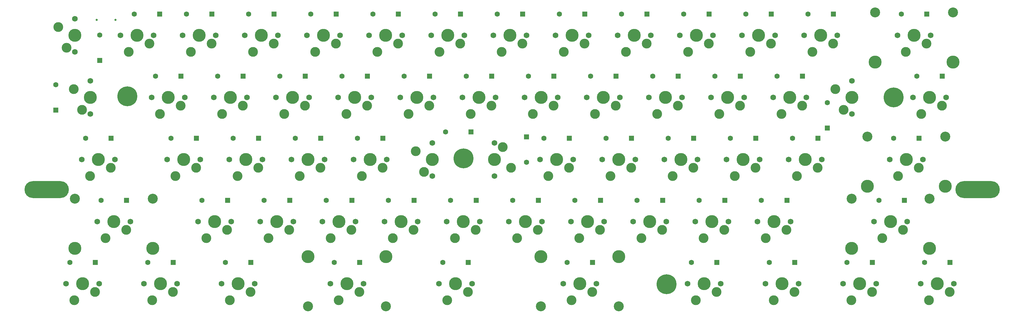
<source format=gbr>
G04 #@! TF.GenerationSoftware,KiCad,Pcbnew,(5.1.6)-1*
G04 #@! TF.CreationDate,2020-07-30T14:32:44-07:00*
G04 #@! TF.ProjectId,keyboard_test6,6b657962-6f61-4726-945f-74657374362e,rev?*
G04 #@! TF.SameCoordinates,Original*
G04 #@! TF.FileFunction,Soldermask,Top*
G04 #@! TF.FilePolarity,Negative*
%FSLAX46Y46*%
G04 Gerber Fmt 4.6, Leading zero omitted, Abs format (unit mm)*
G04 Created by KiCad (PCBNEW (5.1.6)-1) date 2020-07-30 14:32:44*
%MOMM*%
%LPD*%
G01*
G04 APERTURE LIST*
%ADD10C,0.650000*%
%ADD11C,1.600000*%
%ADD12R,1.600000X1.600000*%
%ADD13O,13.600000X5.200000*%
%ADD14C,6.100000*%
%ADD15C,3.987800*%
%ADD16C,3.048000*%
%ADD17C,1.750000*%
%ADD18C,3.000000*%
G04 APERTURE END LIST*
D10*
X165752000Y-143000000D03*
X159972000Y-143000000D03*
D11*
X339938000Y-141212000D03*
D12*
X347738000Y-141212000D03*
D11*
X171488000Y-141212000D03*
D12*
X179288000Y-141212000D03*
D11*
X187538000Y-141212000D03*
D12*
X195338000Y-141212000D03*
D11*
X206588000Y-141212000D03*
D12*
X214388000Y-141212000D03*
D11*
X225638000Y-141212000D03*
D12*
X233438000Y-141212000D03*
D11*
X244688000Y-141212000D03*
D12*
X252488000Y-141212000D03*
D11*
X263738000Y-141212000D03*
D12*
X271538000Y-141212000D03*
D11*
X282788000Y-141212000D03*
D12*
X290588000Y-141212000D03*
D11*
X301838000Y-141212000D03*
D12*
X309638000Y-141212000D03*
D11*
X320888000Y-141212000D03*
D12*
X328688000Y-141212000D03*
D11*
X182775000Y-179312000D03*
D12*
X190575000Y-179312000D03*
D11*
X342319000Y-217412000D03*
D12*
X350119000Y-217412000D03*
D11*
X199444000Y-217412000D03*
D12*
X207244000Y-217412000D03*
D11*
X268500000Y-198362000D03*
D12*
X276300000Y-198362000D03*
D11*
X232781000Y-217412000D03*
D12*
X240581000Y-217412000D03*
D11*
X406612000Y-141212000D03*
D12*
X414412000Y-141212000D03*
D11*
X411375000Y-160262000D03*
D12*
X419175000Y-160262000D03*
D11*
X230400000Y-198362000D03*
D12*
X238200000Y-198362000D03*
D11*
X156581000Y-179312000D03*
D12*
X164381000Y-179312000D03*
D11*
X368512000Y-160262000D03*
D12*
X376312000Y-160262000D03*
D11*
X325650000Y-198362000D03*
D12*
X333450000Y-198362000D03*
D11*
X266119000Y-217412000D03*
D12*
X273919000Y-217412000D03*
D11*
X413756000Y-217412000D03*
D12*
X421556000Y-217412000D03*
D11*
X151819000Y-217412000D03*
D12*
X159619000Y-217412000D03*
D11*
X220875000Y-179312000D03*
D12*
X228675000Y-179312000D03*
D11*
X344700000Y-198362000D03*
D12*
X352500000Y-198362000D03*
D11*
X216112000Y-160262000D03*
D12*
X223912000Y-160262000D03*
D11*
X404231000Y-179312000D03*
D12*
X412031000Y-179312000D03*
D11*
X378038000Y-141212000D03*
D12*
X385838000Y-141212000D03*
D11*
X160970000Y-147630000D03*
D12*
X160970000Y-155430000D03*
D11*
X239925000Y-179312000D03*
D12*
X247725000Y-179312000D03*
D11*
X266975000Y-177312000D03*
D12*
X274775000Y-177312000D03*
X291780000Y-178872000D03*
D11*
X291780000Y-186672000D03*
X311362000Y-160262000D03*
D12*
X319162000Y-160262000D03*
D11*
X297075000Y-179312000D03*
D12*
X304875000Y-179312000D03*
D11*
X316125000Y-179312000D03*
D12*
X323925000Y-179312000D03*
D11*
X335175000Y-179312000D03*
D12*
X342975000Y-179312000D03*
D11*
X306600000Y-198362000D03*
D12*
X314400000Y-198362000D03*
D11*
X389944000Y-217412000D03*
D12*
X397744000Y-217412000D03*
D11*
X358988000Y-141212000D03*
D12*
X366788000Y-141212000D03*
D11*
X287550000Y-198362000D03*
D12*
X295350000Y-198362000D03*
D11*
X330412000Y-160262000D03*
D12*
X338212000Y-160262000D03*
D11*
X383968000Y-168362000D03*
D12*
X383968000Y-176162000D03*
D11*
X349462000Y-160262000D03*
D12*
X357262000Y-160262000D03*
D11*
X178012000Y-160262000D03*
D12*
X185812000Y-160262000D03*
D11*
X373275000Y-179312000D03*
D12*
X381075000Y-179312000D03*
D11*
X235162000Y-160262000D03*
D12*
X242962000Y-160262000D03*
D11*
X201825000Y-179312000D03*
D12*
X209625000Y-179312000D03*
D11*
X354225000Y-179312000D03*
D12*
X362025000Y-179312000D03*
D11*
X399800000Y-198362000D03*
D12*
X407600000Y-198362000D03*
D11*
X161344000Y-198362000D03*
D12*
X169144000Y-198362000D03*
D11*
X363750000Y-198362000D03*
D12*
X371550000Y-198362000D03*
D11*
X304219000Y-217412000D03*
D12*
X312019000Y-217412000D03*
D11*
X254212000Y-160262000D03*
D12*
X262012000Y-160262000D03*
D11*
X147500000Y-162862000D03*
D12*
X147500000Y-170662000D03*
D11*
X292312000Y-160262000D03*
D12*
X300112000Y-160262000D03*
D11*
X249450000Y-198362000D03*
D12*
X257250000Y-198362000D03*
D11*
X197062000Y-160262000D03*
D12*
X204862000Y-160262000D03*
D11*
X366131000Y-217412000D03*
D12*
X373931000Y-217412000D03*
D11*
X175631000Y-217412000D03*
D12*
X183431000Y-217412000D03*
D11*
X211350000Y-198362000D03*
D12*
X219150000Y-198362000D03*
D11*
X273262000Y-160262000D03*
D12*
X281062000Y-160262000D03*
D11*
X192300000Y-198362000D03*
D12*
X200100000Y-198362000D03*
D13*
X144651000Y-195012000D03*
D14*
X334690000Y-224112000D03*
X169410000Y-166412000D03*
X272405000Y-185512000D03*
X404240000Y-166762000D03*
D13*
X430000000Y-195015000D03*
D15*
X177182000Y-213117000D03*
X153306000Y-213117000D03*
D16*
X177182000Y-197877000D03*
X153306000Y-197877000D03*
D17*
X160164000Y-204862000D03*
X170324000Y-204862000D03*
D18*
X169054000Y-207402000D03*
D15*
X165244000Y-204862000D03*
D18*
X162704000Y-209942000D03*
D15*
X422450000Y-155967000D03*
X398574000Y-155967000D03*
D16*
X422450000Y-140727000D03*
X398574000Y-140727000D03*
D17*
X405432000Y-147712000D03*
X415592000Y-147712000D03*
D18*
X414322000Y-150252000D03*
D15*
X410512000Y-147712000D03*
D18*
X407972000Y-152792000D03*
D15*
X420069000Y-194067000D03*
X396193000Y-194067000D03*
D16*
X420069000Y-178827000D03*
X396193000Y-178827000D03*
D17*
X403051000Y-185812000D03*
X413211000Y-185812000D03*
D18*
X411941000Y-188352000D03*
D15*
X408131000Y-185812000D03*
D18*
X405591000Y-190892000D03*
D15*
X415307000Y-213117000D03*
X391431000Y-213117000D03*
D16*
X415307000Y-197877000D03*
X391431000Y-197877000D03*
D17*
X398289000Y-204862000D03*
X408449000Y-204862000D03*
D18*
X407179000Y-207402000D03*
D15*
X403369000Y-204862000D03*
D18*
X400829000Y-209942000D03*
D15*
X248619000Y-215657000D03*
X224743000Y-215657000D03*
D16*
X248619000Y-230897000D03*
X224743000Y-230897000D03*
D17*
X231601000Y-223912000D03*
X241761000Y-223912000D03*
D18*
X240491000Y-226452000D03*
D15*
X236681000Y-223912000D03*
D18*
X234141000Y-228992000D03*
X305579000Y-228992000D03*
D15*
X308119000Y-223912000D03*
D18*
X311929000Y-226452000D03*
D17*
X313199000Y-223912000D03*
X303039000Y-223912000D03*
D16*
X296181000Y-230897000D03*
X320057000Y-230897000D03*
D15*
X296181000Y-215657000D03*
X320057000Y-215657000D03*
D17*
X412576000Y-223912000D03*
X422736000Y-223912000D03*
D18*
X421466000Y-226452000D03*
D15*
X417656000Y-223912000D03*
D18*
X415116000Y-228992000D03*
D17*
X155401000Y-185812000D03*
X165561000Y-185812000D03*
D18*
X164291000Y-188352000D03*
D15*
X160481000Y-185812000D03*
D18*
X157941000Y-190892000D03*
D17*
X410195000Y-166762000D03*
X420355000Y-166762000D03*
D18*
X419085000Y-169302000D03*
D15*
X415275000Y-166762000D03*
D18*
X412735000Y-171842000D03*
D17*
X153338000Y-142632000D03*
X153338000Y-152792000D03*
D18*
X150798000Y-151522000D03*
D15*
X153338000Y-147712000D03*
D18*
X148258000Y-145172000D03*
D17*
X167308000Y-147712000D03*
X177468000Y-147712000D03*
D18*
X176198000Y-150252000D03*
D15*
X172388000Y-147712000D03*
D18*
X169848000Y-152792000D03*
D17*
X186358000Y-147712000D03*
X196518000Y-147712000D03*
D18*
X195248000Y-150252000D03*
D15*
X191438000Y-147712000D03*
D18*
X188898000Y-152792000D03*
D17*
X205408000Y-147712000D03*
X215568000Y-147712000D03*
D18*
X214298000Y-150252000D03*
D15*
X210488000Y-147712000D03*
D18*
X207948000Y-152792000D03*
D17*
X224458000Y-147712000D03*
X234618000Y-147712000D03*
D18*
X233348000Y-150252000D03*
D15*
X229538000Y-147712000D03*
D18*
X226998000Y-152792000D03*
D17*
X243508000Y-147712000D03*
X253668000Y-147712000D03*
D18*
X252398000Y-150252000D03*
D15*
X248588000Y-147712000D03*
D18*
X246048000Y-152792000D03*
D17*
X262558000Y-147712000D03*
X272718000Y-147712000D03*
D18*
X271448000Y-150252000D03*
D15*
X267638000Y-147712000D03*
D18*
X265098000Y-152792000D03*
D17*
X281608000Y-147712000D03*
X291768000Y-147712000D03*
D18*
X290498000Y-150252000D03*
D15*
X286688000Y-147712000D03*
D18*
X284148000Y-152792000D03*
D17*
X300658000Y-147712000D03*
X310818000Y-147712000D03*
D18*
X309548000Y-150252000D03*
D15*
X305738000Y-147712000D03*
D18*
X303198000Y-152792000D03*
D17*
X319708000Y-147712000D03*
X329868000Y-147712000D03*
D18*
X328598000Y-150252000D03*
D15*
X324788000Y-147712000D03*
D18*
X322248000Y-152792000D03*
D17*
X338758000Y-147712000D03*
X348918000Y-147712000D03*
D18*
X347648000Y-150252000D03*
D15*
X343838000Y-147712000D03*
D18*
X341298000Y-152792000D03*
D17*
X357808000Y-147712000D03*
X367968000Y-147712000D03*
D18*
X366698000Y-150252000D03*
D15*
X362888000Y-147712000D03*
D18*
X360348000Y-152792000D03*
D17*
X376858000Y-147712000D03*
X387018000Y-147712000D03*
D18*
X385748000Y-150252000D03*
D15*
X381938000Y-147712000D03*
D18*
X379398000Y-152792000D03*
D17*
X176832000Y-166762000D03*
X186992000Y-166762000D03*
D18*
X185722000Y-169302000D03*
D15*
X181912000Y-166762000D03*
D18*
X179372000Y-171842000D03*
D17*
X195882000Y-166762000D03*
X206042000Y-166762000D03*
D18*
X204772000Y-169302000D03*
D15*
X200962000Y-166762000D03*
D18*
X198422000Y-171842000D03*
D17*
X214932000Y-166762000D03*
X225092000Y-166762000D03*
D18*
X223822000Y-169302000D03*
D15*
X220012000Y-166762000D03*
D18*
X217472000Y-171842000D03*
D17*
X233982000Y-166762000D03*
X244142000Y-166762000D03*
D18*
X242872000Y-169302000D03*
D15*
X239062000Y-166762000D03*
D18*
X236522000Y-171842000D03*
D17*
X253032000Y-166762000D03*
X263192000Y-166762000D03*
D18*
X261922000Y-169302000D03*
D15*
X258112000Y-166762000D03*
D18*
X255572000Y-171842000D03*
D17*
X272082000Y-166762000D03*
X282242000Y-166762000D03*
D18*
X280972000Y-169302000D03*
D15*
X277162000Y-166762000D03*
D18*
X274622000Y-171842000D03*
D17*
X291132000Y-166762000D03*
X301292000Y-166762000D03*
D18*
X300022000Y-169302000D03*
D15*
X296212000Y-166762000D03*
D18*
X293672000Y-171842000D03*
D17*
X310182000Y-166762000D03*
X320342000Y-166762000D03*
D18*
X319072000Y-169302000D03*
D15*
X315262000Y-166762000D03*
D18*
X312722000Y-171842000D03*
D17*
X329232000Y-166762000D03*
X339392000Y-166762000D03*
D18*
X338122000Y-169302000D03*
D15*
X334312000Y-166762000D03*
D18*
X331772000Y-171842000D03*
D17*
X348282000Y-166762000D03*
X358442000Y-166762000D03*
D18*
X357172000Y-169302000D03*
D15*
X353362000Y-166762000D03*
D18*
X350822000Y-171842000D03*
D17*
X367332000Y-166762000D03*
X377492000Y-166762000D03*
D18*
X376222000Y-169302000D03*
D15*
X372412000Y-166762000D03*
D18*
X369872000Y-171842000D03*
D17*
X391462000Y-161682000D03*
X391462000Y-171842000D03*
D18*
X388922000Y-170572000D03*
D15*
X391462000Y-166762000D03*
D18*
X386382000Y-164222000D03*
D17*
X181595000Y-185812000D03*
X191755000Y-185812000D03*
D18*
X190485000Y-188352000D03*
D15*
X186675000Y-185812000D03*
D18*
X184135000Y-190892000D03*
D17*
X200645000Y-185812000D03*
X210805000Y-185812000D03*
D18*
X209535000Y-188352000D03*
D15*
X205725000Y-185812000D03*
D18*
X203185000Y-190892000D03*
D17*
X219695000Y-185812000D03*
X229855000Y-185812000D03*
D18*
X228585000Y-188352000D03*
D15*
X224775000Y-185812000D03*
D18*
X222235000Y-190892000D03*
D17*
X238745000Y-185812000D03*
X248905000Y-185812000D03*
D18*
X247635000Y-188352000D03*
D15*
X243825000Y-185812000D03*
D18*
X241285000Y-190892000D03*
D17*
X262875000Y-180732000D03*
X262875000Y-190892000D03*
D18*
X260335000Y-189622000D03*
D15*
X262875000Y-185812000D03*
D18*
X257795000Y-183272000D03*
D17*
X281925000Y-190892000D03*
X281925000Y-180732000D03*
D18*
X284465000Y-182002000D03*
D15*
X281925000Y-185812000D03*
D18*
X287005000Y-188352000D03*
D17*
X295895000Y-185812000D03*
X306055000Y-185812000D03*
D18*
X304785000Y-188352000D03*
D15*
X300975000Y-185812000D03*
D18*
X298435000Y-190892000D03*
D17*
X314945000Y-185812000D03*
X325105000Y-185812000D03*
D18*
X323835000Y-188352000D03*
D15*
X320025000Y-185812000D03*
D18*
X317485000Y-190892000D03*
D17*
X333995000Y-185812000D03*
X344155000Y-185812000D03*
D18*
X342885000Y-188352000D03*
D15*
X339075000Y-185812000D03*
D18*
X336535000Y-190892000D03*
D17*
X353045000Y-185812000D03*
X363205000Y-185812000D03*
D18*
X361935000Y-188352000D03*
D15*
X358125000Y-185812000D03*
D18*
X355585000Y-190892000D03*
D17*
X372095000Y-185812000D03*
X382255000Y-185812000D03*
D18*
X380985000Y-188352000D03*
D15*
X377175000Y-185812000D03*
D18*
X374635000Y-190892000D03*
D17*
X191120000Y-204862000D03*
X201280000Y-204862000D03*
D18*
X200010000Y-207402000D03*
D15*
X196200000Y-204862000D03*
D18*
X193660000Y-209942000D03*
D17*
X210170000Y-204862000D03*
X220330000Y-204862000D03*
D18*
X219060000Y-207402000D03*
D15*
X215250000Y-204862000D03*
D18*
X212710000Y-209942000D03*
D17*
X229220000Y-204862000D03*
X239380000Y-204862000D03*
D18*
X238110000Y-207402000D03*
D15*
X234300000Y-204862000D03*
D18*
X231760000Y-209942000D03*
D17*
X248270000Y-204862000D03*
X258430000Y-204862000D03*
D18*
X257160000Y-207402000D03*
D15*
X253350000Y-204862000D03*
D18*
X250810000Y-209942000D03*
D17*
X267320000Y-204862000D03*
X277480000Y-204862000D03*
D18*
X276210000Y-207402000D03*
D15*
X272400000Y-204862000D03*
D18*
X269860000Y-209942000D03*
D17*
X286370000Y-204862000D03*
X296530000Y-204862000D03*
D18*
X295260000Y-207402000D03*
D15*
X291450000Y-204862000D03*
D18*
X288910000Y-209942000D03*
D17*
X305420000Y-204862000D03*
X315580000Y-204862000D03*
D18*
X314310000Y-207402000D03*
D15*
X310500000Y-204862000D03*
D18*
X307960000Y-209942000D03*
D17*
X324470000Y-204862000D03*
X334630000Y-204862000D03*
D18*
X333360000Y-207402000D03*
D15*
X329550000Y-204862000D03*
D18*
X327010000Y-209942000D03*
D17*
X343520000Y-204862000D03*
X353680000Y-204862000D03*
D18*
X352410000Y-207402000D03*
D15*
X348600000Y-204862000D03*
D18*
X346060000Y-209942000D03*
X365110000Y-209942000D03*
D15*
X367650000Y-204862000D03*
D18*
X371460000Y-207402000D03*
D17*
X372730000Y-204862000D03*
X362570000Y-204862000D03*
D18*
X176991000Y-228992000D03*
D15*
X179531000Y-223912000D03*
D18*
X183341000Y-226452000D03*
D17*
X184611000Y-223912000D03*
X174451000Y-223912000D03*
D18*
X200804000Y-228992000D03*
D15*
X203344000Y-223912000D03*
D18*
X207154000Y-226452000D03*
D17*
X208424000Y-223912000D03*
X198264000Y-223912000D03*
X264939000Y-223912000D03*
X275099000Y-223912000D03*
D18*
X273829000Y-226452000D03*
D15*
X270019000Y-223912000D03*
D18*
X267479000Y-228992000D03*
D17*
X341139000Y-223912000D03*
X351299000Y-223912000D03*
D18*
X350029000Y-226452000D03*
D15*
X346219000Y-223912000D03*
D18*
X343679000Y-228992000D03*
D17*
X364951000Y-223912000D03*
X375111000Y-223912000D03*
D18*
X373841000Y-226452000D03*
D15*
X370031000Y-223912000D03*
D18*
X367491000Y-228992000D03*
D17*
X388764000Y-223912000D03*
X398924000Y-223912000D03*
D18*
X397654000Y-226452000D03*
D15*
X393844000Y-223912000D03*
D18*
X391304000Y-228992000D03*
X153179000Y-228992000D03*
D15*
X155719000Y-223912000D03*
D18*
X159529000Y-226452000D03*
D17*
X160799000Y-223912000D03*
X150639000Y-223912000D03*
D18*
X153020000Y-164222000D03*
D15*
X158100000Y-166762000D03*
D18*
X155560000Y-170572000D03*
D17*
X158100000Y-171842000D03*
X158100000Y-161682000D03*
M02*

</source>
